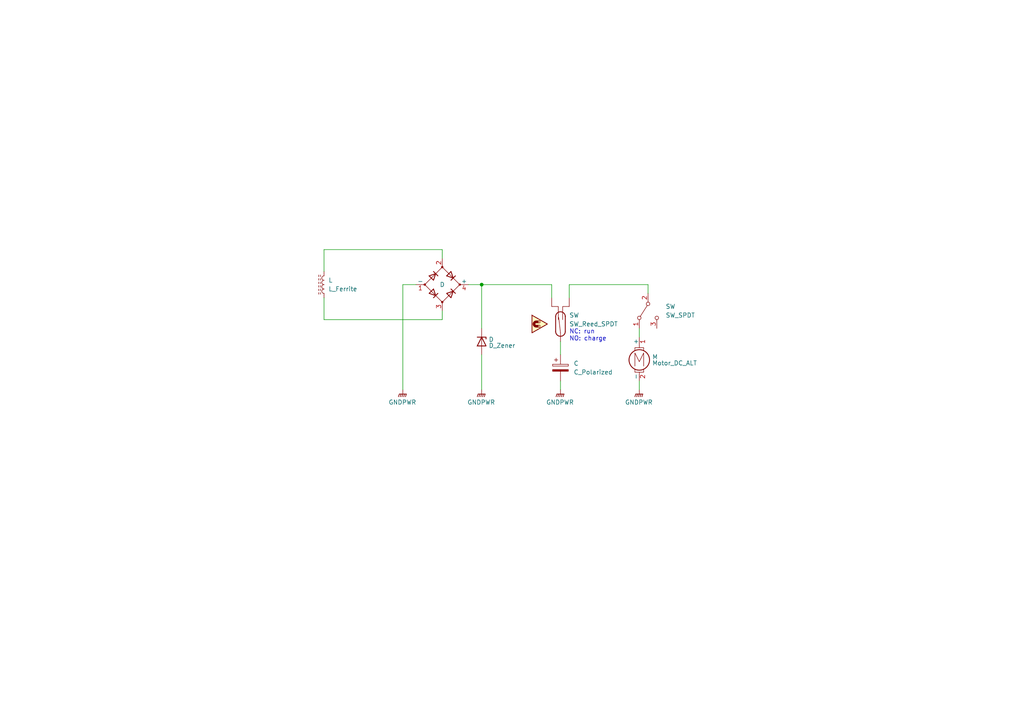
<source format=kicad_sch>
(kicad_sch (version 20220404) (generator eeschema)
  (paper "A4")
  (lib_symbols
    (symbol "Device:C_Polarized" (pin_numbers hide) (pin_names (offset 0.254))
      (property "Reference" "C" (at 0.635 2.54 0))
      (property "Value" "C_Polarized" (at 0.635 -2.54 0))
      (symbol "C_Polarized_0_1"
        (rectangle (start -2.286 0.508) (end 2.286 1.016))
        (polyline (pts (xy -1.778 2.286) (xy -0.762 2.286)))
        (polyline (pts (xy -1.27 2.794) (xy -1.27 1.778)))
        (rectangle (start 2.286 -0.508) (end -2.286 -1.016) (fill (type outline)))
      )
      (symbol "C_Polarized_1_1"
        (pin passive line (at 0 3.81 270) (length 2.794) (name "~") (number "1"))
        (pin passive line (at 0 -3.81 90) (length 2.794) (name "~") (number "2"))
      )
    )
    (symbol "Device:D_Bridge_-AA+" (pin_names (offset 0))
      (property "Reference" "D" (at 2.54 6.985 0))
      (property "Value" "D_Bridge_-AA+" (at 2.54 5.08 0))
      (symbol "D_Bridge_-AA+_0_1"
        (circle (center -5.08 0) (radius 0.254) (fill (type outline)))
        (circle (center 0 -5.08) (radius 0.254) (fill (type outline)))
        (polyline (pts (xy -2.54 3.81) (xy -1.27 2.54)) (stroke (width 0.254)))
        (polyline (pts (xy -1.27 -2.54) (xy -2.54 -3.81)) (stroke (width 0.254)))
        (polyline (pts (xy 2.54 -1.27) (xy 3.81 -2.54)) (stroke (width 0.254)))
        (polyline (pts (xy 2.54 1.27) (xy 3.81 2.54)) (stroke (width 0.254)))
        (polyline (pts (xy -3.81 2.54) (xy -2.54 1.27) (xy -1.905 3.175) (xy -3.81 2.54)) (stroke (width 0.254)))
        (polyline (pts (xy -2.54 -1.27) (xy -3.81 -2.54) (xy -1.905 -3.175) (xy -2.54 -1.27)) (stroke (width 0.254)))
        (polyline (pts (xy 1.27 2.54) (xy 2.54 3.81) (xy 3.175 1.905) (xy 1.27 2.54)) (stroke (width 0.254)))
        (polyline (pts (xy 3.175 -1.905) (xy 1.27 -2.54) (xy 2.54 -3.81) (xy 3.175 -1.905)) (stroke (width 0.254)))
        (polyline (pts (xy -5.08 0) (xy 0 -5.08) (xy 5.08 0) (xy 0 5.08) (xy -5.08 0)))
        (circle (center 0 5.08) (radius 0.254) (fill (type outline)))
        (circle (center 5.08 0) (radius 0.254) (fill (type outline)))
      )
      (symbol "D_Bridge_-AA+_1_1"
        (pin passive line (at -7.62 0 0) (length 2.54) (name "-") (number "1"))
        (pin passive line (at 0 7.62 270) (length 2.54) (name "~") (number "2"))
        (pin passive line (at 0 -7.62 90) (length 2.54) (name "~") (number "3"))
        (pin passive line (at 7.62 0 180) (length 2.54) (name "+") (number "4"))
      )
    )
    (symbol "Device:D_Zener" (pin_numbers hide) (pin_names (offset 1.016) hide)
      (property "Reference" "D" (at 0 2.54 0))
      (property "Value" "D_Zener" (at 0 -2.54 0))
      (symbol "D_Zener_0_1"
        (polyline (pts (xy 1.27 0) (xy -1.27 0)))
        (polyline (pts (xy -1.27 -1.27) (xy -1.27 1.27) (xy -0.762 1.27)) (stroke (width 0.254)))
        (polyline (pts (xy 1.27 -1.27) (xy 1.27 1.27) (xy -1.27 0) (xy 1.27 -1.27)) (stroke (width 0.254)))
      )
      (symbol "D_Zener_1_1"
        (pin passive line (at -3.81 0 0) (length 2.54) (name "K") (number "1"))
        (pin passive line (at 3.81 0 180) (length 2.54) (name "A") (number "2"))
      )
    )
    (symbol "Device:L_Ferrite" (pin_numbers hide) (pin_names (offset 1.016) hide)
      (property "Reference" "L" (at -1.27 0 90))
      (property "Value" "L_Ferrite" (at 2.794 0 90))
      (symbol "L_Ferrite_0_1"
        (arc (start 0 -2.54) (mid 0.635 -1.905) (end 0 -1.27))
        (arc (start 0 -1.27) (mid 0.635 -0.635) (end 0 0))
        (polyline (pts (xy 1.016 -2.794) (xy 1.016 -2.286)))
        (polyline (pts (xy 1.016 -1.778) (xy 1.016 -1.27)))
        (polyline (pts (xy 1.016 -0.762) (xy 1.016 -0.254)))
        (polyline (pts (xy 1.016 0.254) (xy 1.016 0.762)))
        (polyline (pts (xy 1.016 1.27) (xy 1.016 1.778)))
        (polyline (pts (xy 1.016 2.286) (xy 1.016 2.794)))
        (polyline (pts (xy 1.524 -2.286) (xy 1.524 -2.794)))
        (polyline (pts (xy 1.524 -1.27) (xy 1.524 -1.778)))
        (polyline (pts (xy 1.524 -0.254) (xy 1.524 -0.762)))
        (polyline (pts (xy 1.524 0.762) (xy 1.524 0.254)))
        (polyline (pts (xy 1.524 1.778) (xy 1.524 1.27)))
        (polyline (pts (xy 1.524 2.794) (xy 1.524 2.286)))
        (arc (start 0 0) (mid 0.635 0.635) (end 0 1.27))
        (arc (start 0 1.27) (mid 0.635 1.905) (end 0 2.54))
      )
      (symbol "L_Ferrite_1_1"
        (pin passive line (at 0 3.81 270) (length 1.27) (name "1") (number "1"))
        (pin passive line (at 0 -3.81 90) (length 1.27) (name "2") (number "2"))
      )
    )
    (symbol "Graphic:SYM_Magnet_Small" (pin_names (offset 1.016) hide)
      (symbol "SYM_Magnet_Small_0_1"
        (rectangle (start -0.9398 -0.7112) (end -0.3302 -0.0762) (fill (type outline)))
        (rectangle (start -0.9398 -0.2286) (end -0.3302 0.4064) (fill (type background)))
        (arc (start -0.635 -0.6858) (mid 0 -1.3208) (end 0.635 -0.6858) (stroke (width 0.762)))
        (polyline (pts (xy -2.54 -1.905) (xy 2.54 -1.905) (xy 0 2.54) (xy -2.54 -1.905)) (stroke (width 0.254)) (fill (type background)))
        (rectangle (start 0.3302 -0.7112) (end 0.9398 -0.0762) (fill (type outline)))
        (rectangle (start 0.3302 -0.2286) (end 0.9398 0.4064) (fill (type background)))
      )
    )
    (symbol "Motor:Motor_DC_ALT" (pin_names (offset 0))
      (property "Reference" "M" (at 2.54 2.54 0))
      (property "Value" "Motor_DC_ALT" (at 2.54 -5.08 0))
      (symbol "Motor_DC_ALT_0_0"
        (circle (center 0 -1.524) (radius 2.9718) (stroke (width 0.254)))
        (polyline (pts (xy -1.27 -4.318) (xy -1.27 -5.08) (xy 1.27 -5.08) (xy 1.27 -4.318)))
        (polyline (pts (xy -1.27 1.27) (xy -1.27 2.032) (xy 1.27 2.032) (xy 1.27 1.27)))
        (polyline (pts (xy -1.27 -3.302) (xy -1.27 0.508) (xy 0 -2.032) (xy 1.27 0.508) (xy 1.27 -3.302)))
      )
      (symbol "Motor_DC_ALT_0_1"
        (polyline (pts (xy 0 2.032) (xy 0 2.54)))
      )
      (symbol "Motor_DC_ALT_1_1"
        (pin passive line (at 0 5.08 270) (length 2.54) (name "+") (number "1"))
        (pin passive line (at 0 -7.62 90) (length 2.54) (name "-") (number "2"))
      )
    )
    (symbol "Switch:SW_Reed_SPDT" (pin_numbers hide) (pin_names (offset 0) hide)
      (property "Reference" "SW" (at 0 2.54 0))
      (property "Value" "SW_Reed_SPDT" (at 0 -3.81 0))
      (symbol "SW_Reed_SPDT_0_0"
        (arc (start -2.159 1.397) (mid -3.556 0) (end -2.159 -1.397) (stroke (width 0.254)))
        (polyline (pts (xy -2.54 0) (xy 1.905 0.508)))
        (polyline (pts (xy -2.159 -1.397) (xy 2.286 -1.397)) (stroke (width 0.254)))
        (polyline (pts (xy 2.159 1.397) (xy -2.159 1.397)) (stroke (width 0.254)))
        (arc (start 2.159 -1.397) (mid 3.556 0) (end 2.159 1.397) (stroke (width 0.254)))
      )
      (symbol "SW_Reed_SPDT_0_1"
        (polyline (pts (xy 1.27 -0.635) (xy 5.08 -0.635) (xy 5.08 -2.54)))
        (polyline (pts (xy 1.27 0.635) (xy 5.08 0.635) (xy 5.08 2.54)))
      )
      (symbol "SW_Reed_SPDT_1_1"
        (pin passive line (at 7.62 2.54 180) (length 2.54) (name "1") (number "1"))
        (pin passive line (at -5.08 0 0) (length 2.54) (name "2") (number "2"))
        (pin passive line (at 7.62 -2.54 180) (length 2.54) (name "3") (number "3"))
      )
    )
    (symbol "Switch:SW_SPDT" (pin_names (offset 0) hide)
      (property "Reference" "SW" (at 0 4.318 0))
      (property "Value" "SW_SPDT" (at 0 -5.08 0))
      (symbol "SW_SPDT_0_0"
        (circle (center -2.032 0) (radius 0.508))
        (circle (center 2.032 -2.54) (radius 0.508))
      )
      (symbol "SW_SPDT_0_1"
        (polyline (pts (xy -1.524 0.254) (xy 1.651 2.286)))
        (circle (center 2.032 2.54) (radius 0.508))
      )
      (symbol "SW_SPDT_1_1"
        (pin passive line (at 5.08 2.54 180) (length 2.54) (name "A") (number "1"))
        (pin passive line (at -5.08 0 0) (length 2.54) (name "B") (number "2"))
        (pin passive line (at 5.08 -2.54 180) (length 2.54) (name "C") (number "3"))
      )
    )
    (symbol "power:GNDPWR" (power) (pin_names (offset 0))
      (property "Value" "GNDPWR" (at 0 -3.302 0))
      (symbol "GNDPWR_0_1"
        (polyline (pts (xy 0 -1.27) (xy 0 0)))
        (polyline (pts (xy -1.016 -1.27) (xy -1.27 -2.032) (xy -1.27 -2.032)) (stroke (width 0.2032)))
        (polyline (pts (xy -0.508 -1.27) (xy -0.762 -2.032) (xy -0.762 -2.032)) (stroke (width 0.2032)))
        (polyline (pts (xy 0 -1.27) (xy -0.254 -2.032) (xy -0.254 -2.032)) (stroke (width 0.2032)))
        (polyline (pts (xy 0.508 -1.27) (xy 0.254 -2.032) (xy 0.254 -2.032)) (stroke (width 0.2032)))
        (polyline (pts (xy 1.016 -1.27) (xy -1.016 -1.27) (xy -1.016 -1.27)) (stroke (width 0.2032)))
        (polyline (pts (xy 1.016 -1.27) (xy 0.762 -2.032) (xy 0.762 -2.032) (xy 0.762 -2.032)) (stroke (width 0.2032)))
      )
      (symbol "GNDPWR_1_1"
        (pin power_in line (at 0 0 270) (length 0) hide (name "GNDPWR") (number "1"))
      )
    )
  )
  (junction (at 139.7 82.55))
  (wire (pts (xy 120.65 82.55) (xy 116.84 82.55)))
  (wire (pts (xy 165.1 86.36) (xy 165.1 82.55)))
  (wire (pts (xy 139.7 82.55) (xy 160.02 82.55)))
  (wire (pts (xy 128.27 92.71) (xy 93.98 92.71)))
  (wire (pts (xy 162.56 110.49) (xy 162.56 113.03)))
  (wire (pts (xy 128.27 72.39) (xy 93.98 72.39)))
  (wire (pts (xy 162.56 99.06) (xy 162.56 102.87)))
  (wire (pts (xy 128.27 90.17) (xy 128.27 92.71)))
  (wire (pts (xy 139.7 102.87) (xy 139.7 113.03)))
  (wire (pts (xy 185.42 110.49) (xy 185.42 113.03)))
  (wire (pts (xy 128.27 74.93) (xy 128.27 72.39)))
  (wire (pts (xy 116.84 82.55) (xy 116.84 113.03)))
  (wire (pts (xy 185.42 95.25) (xy 185.42 97.79)))
  (wire (pts (xy 93.98 92.71) (xy 93.98 86.36)))
  (wire (pts (xy 160.02 82.55) (xy 160.02 86.36)))
  (wire (pts (xy 165.1 82.55) (xy 187.96 82.55)))
  (wire (pts (xy 93.98 72.39) (xy 93.98 78.74)))
  (wire (pts (xy 187.96 82.55) (xy 187.96 85.09)))
  (wire (pts (xy 135.89 82.55) (xy 139.7 82.55)))
  (wire (pts (xy 139.7 82.55) (xy 139.7 95.25)))
  (text "NC: run\nNO: charge" (at 165.1 99.06 0) (effects (font (size 1.27 1.27)) (justify left bottom)))
  (symbol (lib_id "Device:L_Ferrite") (at 93.98 82.55 0) (mirror y) (unit 1)
    (default_instance (reference "L") (unit 1) (value "L_Ferrite") (footprint ""))
    (property "Reference" "L" (at 95.25 81.28 0) (effects (justify right)))
    (property "Value" "L_Ferrite" (at 95.25 83.82 0) (effects (justify right)))
  )
  (symbol (lib_id "power:GNDPWR") (at 116.84 113.03 0) (unit 1)
    (default_instance (reference "#PWR") (unit 1) (value "GNDPWR") (footprint ""))
    (property "Reference" "#PWR" (effects hide))
    (property "Value" "GNDPWR" (at 116.713 116.6797 0))
  )
  (symbol (lib_id "Graphic:SYM_Magnet_Small") (at 156.21 93.98 270) (unit 1)
    (default_instance (reference "#SYM") (unit 1) (value "SYM_Magnet_Small") (footprint ""))
    (property "Reference" "#SYM" (effects hide))
    (property "Value" "SYM_Magnet_Small" (effects hide))
  )
  (symbol (lib_id "Device:D_Zener") (at 139.7 99.06 270) (unit 1)
    (default_instance (reference "D") (unit 1) (value "D_Zener") (footprint ""))
    (property "Reference" "D" (at 141.732 98.4655 90) (effects (justify left)))
    (property "Value" "D_Zener" (at 141.732 100.2277 90) (effects (justify left)))
  )
  (symbol (lib_id "Switch:SW_Reed_SPDT") (at 162.56 93.98 90) (unit 1)
    (default_instance (reference "SW") (unit 1) (value "SW_Reed_SPDT") (footprint ""))
    (property "Reference" "SW" (at 165.1 91.44 90) (effects (justify right)))
    (property "Value" "SW_Reed_SPDT" (at 165.1 93.98 90) (effects (justify right)))
  )
  (symbol (lib_id "Device:D_Bridge_-AA+") (at 128.27 82.55 0) (unit 1)
    (default_instance (reference "D") (unit 1) (value "D_Bridge_-AA+") (footprint ""))
    (property "Reference" "D" (at 128.27 82.55 0))
    (property "Value" "D_Bridge_-AA+" (effects hide))
  )
  (symbol (lib_id "power:GNDPWR") (at 162.56 113.03 0) (unit 1)
    (default_instance (reference "#PWR") (unit 1) (value "GNDPWR") (footprint ""))
    (property "Reference" "#PWR" (effects hide))
    (property "Value" "GNDPWR" (at 162.433 116.6797 0))
  )
  (symbol (lib_id "Switch:SW_SPDT") (at 187.96 90.17 90) (mirror x) (unit 1)
    (default_instance (reference "SW") (unit 1) (value "SW_SPDT") (footprint ""))
    (property "Reference" "SW" (at 193.04 88.9 90) (effects (justify right)))
    (property "Value" "SW_SPDT" (at 193.04 91.44 90) (effects (justify right)))
  )
  (symbol (lib_id "Motor:Motor_DC_ALT") (at 185.42 102.87 0) (unit 1)
    (default_instance (reference "M") (unit 1) (value "Motor_DC_ALT") (footprint ""))
    (property "Reference" "M" (at 189.1538 103.5455 0) (effects (justify left)))
    (property "Value" "Motor_DC_ALT" (at 189.1538 105.3077 0) (effects (justify left)))
  )
  (symbol (lib_id "power:GNDPWR") (at 185.42 113.03 0) (unit 1)
    (default_instance (reference "#PWR") (unit 1) (value "GNDPWR") (footprint ""))
    (property "Reference" "#PWR" (effects hide))
    (property "Value" "GNDPWR" (at 185.293 116.6797 0))
  )
  (symbol (lib_id "power:GNDPWR") (at 139.7 113.03 0) (unit 1)
    (default_instance (reference "#PWR") (unit 1) (value "GNDPWR") (footprint ""))
    (property "Reference" "#PWR" (effects hide))
    (property "Value" "GNDPWR" (at 139.573 116.6797 0))
  )
  (symbol (lib_id "Device:C_Polarized") (at 162.56 106.68 0) (unit 1)
    (default_instance (reference "C") (unit 1) (value "C_Polarized") (footprint ""))
    (property "Reference" "C" (at 166.37 105.41 0) (effects (justify left)))
    (property "Value" "C_Polarized" (at 166.37 107.95 0) (effects (justify left)))
  )
)
</source>
